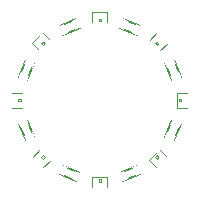
<source format=gto>
G04 (created by PCBNEW (2013-09-13 BZR 4316)-product) date Sun 15 Sep 2013 05:51:31 PM CEST*
%MOIN*%
G04 Gerber Fmt 3.4, Leading zero omitted, Abs format*
%FSLAX34Y34*%
G01*
G70*
G90*
G04 APERTURE LIST*
%ADD10C,0.005906*%
%ADD11C,0.003937*%
%ADD12C,0.007874*%
%ADD13R,0.047244X0.059055*%
%ADD14R,0.029528X0.029528*%
%ADD15C,0.029528*%
%ADD16C,0.078740*%
%ADD17R,0.059055X0.047244*%
G04 APERTURE END LIST*
G54D10*
G54D11*
X27613Y-26671D02*
X27891Y-26393D01*
X27265Y-26323D02*
X27543Y-26045D01*
X27543Y-26045D02*
X27683Y-25905D01*
X28031Y-26253D02*
X27891Y-26393D01*
X27126Y-26462D02*
X27265Y-26323D01*
X27474Y-26810D02*
X27613Y-26671D01*
X27265Y-26323D02*
X27613Y-26671D01*
X27891Y-26393D02*
X27543Y-26045D01*
X27683Y-25905D02*
X27759Y-25982D01*
X27954Y-26177D02*
X28031Y-26253D01*
X27474Y-26810D02*
X27397Y-26734D01*
X27126Y-26462D02*
X27202Y-26539D01*
X27579Y-26302D02*
X27634Y-26358D01*
X27634Y-26358D02*
X27689Y-26302D01*
X27634Y-26247D02*
X27689Y-26302D01*
X27579Y-26302D02*
X27634Y-26247D01*
X27759Y-25983D02*
G75*
G03X27953Y-26177I96J-96D01*
G74*
G01*
X27397Y-26733D02*
G75*
G03X27203Y-26539I-96J96D01*
G74*
G01*
X31789Y-26323D02*
X31511Y-26045D01*
X31441Y-26671D02*
X31163Y-26393D01*
X31163Y-26393D02*
X31023Y-26253D01*
X31371Y-25905D02*
X31511Y-26045D01*
X31580Y-26810D02*
X31441Y-26671D01*
X31928Y-26462D02*
X31789Y-26323D01*
X31441Y-26671D02*
X31789Y-26323D01*
X31511Y-26045D02*
X31163Y-26393D01*
X31023Y-26253D02*
X31100Y-26177D01*
X31295Y-25982D02*
X31371Y-25905D01*
X31928Y-26462D02*
X31852Y-26539D01*
X31580Y-26810D02*
X31657Y-26734D01*
X31420Y-26358D02*
X31476Y-26302D01*
X31476Y-26302D02*
X31420Y-26247D01*
X31365Y-26302D02*
X31420Y-26247D01*
X31420Y-26358D02*
X31365Y-26302D01*
X31101Y-26177D02*
G75*
G03X31295Y-25983I96J96D01*
G74*
G01*
X31851Y-26539D02*
G75*
G03X31657Y-26733I-96J-96D01*
G74*
G01*
X31441Y-22147D02*
X31163Y-22425D01*
X31789Y-22495D02*
X31511Y-22773D01*
X31511Y-22773D02*
X31371Y-22913D01*
X31023Y-22565D02*
X31163Y-22425D01*
X31928Y-22356D02*
X31789Y-22495D01*
X31580Y-22008D02*
X31441Y-22147D01*
X31789Y-22495D02*
X31441Y-22147D01*
X31163Y-22425D02*
X31511Y-22773D01*
X31371Y-22913D02*
X31295Y-22836D01*
X31100Y-22641D02*
X31023Y-22565D01*
X31580Y-22008D02*
X31657Y-22084D01*
X31928Y-22356D02*
X31852Y-22279D01*
X31476Y-22516D02*
X31420Y-22460D01*
X31420Y-22460D02*
X31365Y-22516D01*
X31420Y-22571D02*
X31365Y-22516D01*
X31476Y-22516D02*
X31420Y-22571D01*
X31295Y-22835D02*
G75*
G03X31101Y-22641I-96J96D01*
G74*
G01*
X31657Y-22085D02*
G75*
G03X31851Y-22279I96J-96D01*
G74*
G01*
X27265Y-22495D02*
X27543Y-22773D01*
X27613Y-22147D02*
X27891Y-22425D01*
X27891Y-22425D02*
X28031Y-22565D01*
X27683Y-22913D02*
X27543Y-22773D01*
X27474Y-22008D02*
X27613Y-22147D01*
X27126Y-22356D02*
X27265Y-22495D01*
X27613Y-22147D02*
X27265Y-22495D01*
X27543Y-22773D02*
X27891Y-22425D01*
X28031Y-22565D02*
X27954Y-22641D01*
X27759Y-22836D02*
X27683Y-22913D01*
X27126Y-22356D02*
X27202Y-22279D01*
X27474Y-22008D02*
X27397Y-22084D01*
X27634Y-22460D02*
X27579Y-22516D01*
X27579Y-22516D02*
X27634Y-22571D01*
X27689Y-22516D02*
X27634Y-22571D01*
X27634Y-22460D02*
X27689Y-22516D01*
X27953Y-22641D02*
G75*
G03X27759Y-22835I-96J-96D01*
G74*
G01*
X27203Y-22279D02*
G75*
G03X27397Y-22085I96J96D01*
G74*
G01*
X26574Y-24655D02*
X26968Y-24655D01*
X26574Y-24163D02*
X26968Y-24163D01*
X26968Y-24163D02*
X27165Y-24163D01*
X27165Y-24655D02*
X26968Y-24655D01*
X26377Y-24163D02*
X26574Y-24163D01*
X26377Y-24655D02*
X26574Y-24655D01*
X26574Y-24163D02*
X26574Y-24655D01*
X26968Y-24655D02*
X26968Y-24163D01*
X27165Y-24163D02*
X27165Y-24271D01*
X27165Y-24547D02*
X27165Y-24655D01*
X26377Y-24655D02*
X26377Y-24547D01*
X26377Y-24163D02*
X26377Y-24271D01*
X26811Y-24370D02*
X26811Y-24448D01*
X26811Y-24448D02*
X26889Y-24448D01*
X26889Y-24370D02*
X26889Y-24448D01*
X26811Y-24370D02*
X26889Y-24370D01*
X27164Y-24272D02*
G75*
G03X27164Y-24546I0J-137D01*
G74*
G01*
X26378Y-24546D02*
G75*
G03X26378Y-24272I0J137D01*
G74*
G01*
G54D12*
X30749Y-22224D02*
X30194Y-21994D01*
X30194Y-21994D02*
X30309Y-21717D01*
X30309Y-21717D02*
X30864Y-21947D01*
X30864Y-21947D02*
X30749Y-22224D01*
G54D11*
X29281Y-21456D02*
X29281Y-21850D01*
X29773Y-21456D02*
X29773Y-21850D01*
X29773Y-21850D02*
X29773Y-22047D01*
X29281Y-22047D02*
X29281Y-21850D01*
X29773Y-21259D02*
X29773Y-21456D01*
X29281Y-21259D02*
X29281Y-21456D01*
X29773Y-21456D02*
X29281Y-21456D01*
X29281Y-21850D02*
X29773Y-21850D01*
X29773Y-22047D02*
X29665Y-22047D01*
X29389Y-22047D02*
X29281Y-22047D01*
X29281Y-21259D02*
X29389Y-21259D01*
X29773Y-21259D02*
X29665Y-21259D01*
X29566Y-21692D02*
X29488Y-21692D01*
X29488Y-21692D02*
X29488Y-21770D01*
X29566Y-21770D02*
X29488Y-21770D01*
X29566Y-21692D02*
X29566Y-21770D01*
X29664Y-22046D02*
G75*
G03X29390Y-22046I-137J0D01*
G74*
G01*
X29390Y-21260D02*
G75*
G03X29664Y-21260I137J0D01*
G74*
G01*
X29773Y-27362D02*
X29773Y-26968D01*
X29281Y-27362D02*
X29281Y-26968D01*
X29281Y-26968D02*
X29281Y-26771D01*
X29773Y-26771D02*
X29773Y-26968D01*
X29281Y-27559D02*
X29281Y-27362D01*
X29773Y-27559D02*
X29773Y-27362D01*
X29281Y-27362D02*
X29773Y-27362D01*
X29773Y-26968D02*
X29281Y-26968D01*
X29281Y-26771D02*
X29389Y-26771D01*
X29665Y-26771D02*
X29773Y-26771D01*
X29773Y-27559D02*
X29665Y-27559D01*
X29281Y-27559D02*
X29389Y-27559D01*
X29488Y-27125D02*
X29566Y-27125D01*
X29566Y-27125D02*
X29566Y-27047D01*
X29488Y-27047D02*
X29566Y-27047D01*
X29488Y-27125D02*
X29488Y-27047D01*
X29390Y-26772D02*
G75*
G03X29664Y-26772I137J0D01*
G74*
G01*
X29664Y-27558D02*
G75*
G03X29390Y-27558I-137J0D01*
G74*
G01*
X32480Y-24163D02*
X32086Y-24163D01*
X32480Y-24655D02*
X32086Y-24655D01*
X32086Y-24655D02*
X31889Y-24655D01*
X31889Y-24163D02*
X32086Y-24163D01*
X32677Y-24655D02*
X32480Y-24655D01*
X32677Y-24163D02*
X32480Y-24163D01*
X32480Y-24655D02*
X32480Y-24163D01*
X32086Y-24163D02*
X32086Y-24655D01*
X31889Y-24655D02*
X31889Y-24547D01*
X31889Y-24271D02*
X31889Y-24163D01*
X32677Y-24163D02*
X32677Y-24271D01*
X32677Y-24655D02*
X32677Y-24547D01*
X32244Y-24448D02*
X32244Y-24370D01*
X32244Y-24370D02*
X32166Y-24370D01*
X32166Y-24448D02*
X32166Y-24370D01*
X32244Y-24448D02*
X32166Y-24448D01*
X31890Y-24546D02*
G75*
G03X31890Y-24272I0J137D01*
G74*
G01*
X32676Y-24272D02*
G75*
G03X32676Y-24546I0J-137D01*
G74*
G01*
G54D12*
X28305Y-26594D02*
X28860Y-26824D01*
X28860Y-26824D02*
X28745Y-27101D01*
X28745Y-27101D02*
X28191Y-26871D01*
X28191Y-26871D02*
X28305Y-26594D01*
X31712Y-25631D02*
X31942Y-25076D01*
X31942Y-25076D02*
X32219Y-25191D01*
X32219Y-25191D02*
X31989Y-25745D01*
X31989Y-25745D02*
X31712Y-25631D01*
X27342Y-23187D02*
X27112Y-23742D01*
X27112Y-23742D02*
X26835Y-23627D01*
X26835Y-23627D02*
X27065Y-23072D01*
X27065Y-23072D02*
X27342Y-23187D01*
X31941Y-23740D02*
X31712Y-23185D01*
X31712Y-23185D02*
X31989Y-23071D01*
X31989Y-23071D02*
X32218Y-23625D01*
X32218Y-23625D02*
X31941Y-23740D01*
X30196Y-26823D02*
X30751Y-26593D01*
X30751Y-26593D02*
X30865Y-26871D01*
X30865Y-26871D02*
X30311Y-27100D01*
X30311Y-27100D02*
X30196Y-26823D01*
X27113Y-25078D02*
X27343Y-25632D01*
X27343Y-25632D02*
X27065Y-25747D01*
X27065Y-25747D02*
X26836Y-25193D01*
X26836Y-25193D02*
X27113Y-25078D01*
X28858Y-21995D02*
X28304Y-22224D01*
X28304Y-22224D02*
X28189Y-21947D01*
X28189Y-21947D02*
X28743Y-21718D01*
X28743Y-21718D02*
X28858Y-21995D01*
%LPC*%
G54D10*
G36*
X27328Y-27026D02*
X26910Y-26608D01*
X27244Y-26274D01*
X27662Y-26692D01*
X27328Y-27026D01*
X27328Y-27026D01*
G37*
G36*
X27912Y-26441D02*
X27495Y-26024D01*
X27773Y-25745D01*
X28191Y-26163D01*
X27912Y-26441D01*
X27912Y-26441D01*
G37*
G36*
X32144Y-26608D02*
X31726Y-27026D01*
X31392Y-26692D01*
X31810Y-26274D01*
X32144Y-26608D01*
X32144Y-26608D01*
G37*
G36*
X31559Y-26024D02*
X31142Y-26441D01*
X30863Y-26163D01*
X31281Y-25745D01*
X31559Y-26024D01*
X31559Y-26024D01*
G37*
G36*
X31726Y-21792D02*
X32144Y-22210D01*
X31810Y-22544D01*
X31392Y-22126D01*
X31726Y-21792D01*
X31726Y-21792D01*
G37*
G36*
X31142Y-22377D02*
X31559Y-22794D01*
X31281Y-23073D01*
X30863Y-22655D01*
X31142Y-22377D01*
X31142Y-22377D01*
G37*
G36*
X26910Y-22210D02*
X27328Y-21792D01*
X27662Y-22126D01*
X27244Y-22544D01*
X26910Y-22210D01*
X26910Y-22210D01*
G37*
G36*
X27467Y-22766D02*
X27884Y-22349D01*
X28219Y-22683D01*
X27801Y-23100D01*
X27467Y-22766D01*
X27467Y-22766D01*
G37*
G54D13*
X26358Y-24409D03*
X27184Y-24409D03*
G54D14*
X29027Y-24659D03*
G54D15*
X29027Y-24159D03*
X29527Y-24659D03*
X29527Y-24159D03*
X30027Y-24659D03*
X30027Y-24159D03*
G54D16*
X28543Y-25393D03*
X28543Y-23425D03*
X30511Y-23425D03*
X30511Y-25393D03*
G54D10*
G36*
X30171Y-21652D02*
X30462Y-21772D01*
X30341Y-22063D01*
X30051Y-21942D01*
X30171Y-21652D01*
X30171Y-21652D01*
G37*
G36*
X30717Y-21878D02*
X31007Y-21998D01*
X30886Y-22288D01*
X30596Y-22168D01*
X30717Y-21878D01*
X30717Y-21878D01*
G37*
G54D17*
X29527Y-21240D03*
X29527Y-22066D03*
X29527Y-27578D03*
X29527Y-26752D03*
G54D13*
X32696Y-24409D03*
X31870Y-24409D03*
G54D10*
G36*
X28883Y-27166D02*
X28593Y-27045D01*
X28713Y-26755D01*
X29003Y-26875D01*
X28883Y-27166D01*
X28883Y-27166D01*
G37*
G36*
X28338Y-26940D02*
X28047Y-26820D01*
X28168Y-26530D01*
X28458Y-26650D01*
X28338Y-26940D01*
X28338Y-26940D01*
G37*
G36*
X32284Y-25053D02*
X32164Y-25343D01*
X31873Y-25223D01*
X31994Y-24933D01*
X32284Y-25053D01*
X32284Y-25053D01*
G37*
G36*
X32058Y-25598D02*
X31938Y-25889D01*
X31648Y-25768D01*
X31768Y-25478D01*
X32058Y-25598D01*
X32058Y-25598D01*
G37*
G36*
X26770Y-23765D02*
X26891Y-23474D01*
X27181Y-23595D01*
X27061Y-23885D01*
X26770Y-23765D01*
X26770Y-23765D01*
G37*
G36*
X26996Y-23219D02*
X27116Y-22929D01*
X27406Y-23050D01*
X27286Y-23340D01*
X26996Y-23219D01*
X26996Y-23219D01*
G37*
G36*
X31937Y-22928D02*
X32057Y-23218D01*
X31767Y-23338D01*
X31647Y-23048D01*
X31937Y-22928D01*
X31937Y-22928D01*
G37*
G36*
X32163Y-23473D02*
X32283Y-23763D01*
X31993Y-23883D01*
X31873Y-23593D01*
X32163Y-23473D01*
X32163Y-23473D01*
G37*
G36*
X31008Y-26819D02*
X30718Y-26939D01*
X30598Y-26649D01*
X30888Y-26529D01*
X31008Y-26819D01*
X31008Y-26819D01*
G37*
G36*
X30463Y-27045D02*
X30173Y-27165D01*
X30053Y-26875D01*
X30343Y-26755D01*
X30463Y-27045D01*
X30463Y-27045D01*
G37*
G36*
X27117Y-25890D02*
X26997Y-25600D01*
X27287Y-25480D01*
X27407Y-25770D01*
X27117Y-25890D01*
X27117Y-25890D01*
G37*
G36*
X26891Y-25345D02*
X26771Y-25055D01*
X27061Y-24935D01*
X27181Y-25225D01*
X26891Y-25345D01*
X26891Y-25345D01*
G37*
G36*
X28046Y-21999D02*
X28336Y-21879D01*
X28456Y-22169D01*
X28166Y-22289D01*
X28046Y-21999D01*
X28046Y-21999D01*
G37*
G36*
X28591Y-21773D02*
X28881Y-21653D01*
X29001Y-21943D01*
X28711Y-22063D01*
X28591Y-21773D01*
X28591Y-21773D01*
G37*
M02*

</source>
